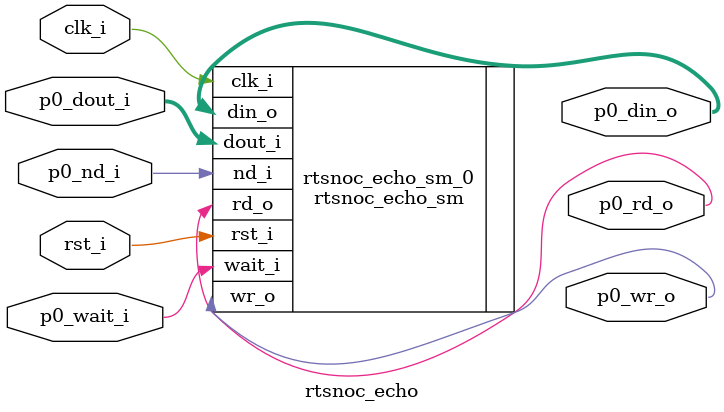
<source format=v>

module rtsnoc_echo (
    clk_i, rst_i,
    
    p0_din_o, p0_wr_o, p0_rd_o, p0_dout_i, p0_wait_i, p0_nd_i
    //p1_din_o, p1_wr_o, p1_rd_o, p1_dout_i, p1_wait_i, p1_nd_i
    );
   
    parameter SOC_SIZE_X = 1; //Log2
    parameter SOC_SIZE_Y = 1; //Log2
    parameter NOC_DATA_WIDTH = 16; 
    
    localparam SOC_XY_SIZE = (2*SOC_SIZE_Y)+(2*SOC_SIZE_X);
    localparam NOC_HEADER_SIZE = SOC_XY_SIZE + 6;
    localparam NOC_BUS_SIZE = NOC_DATA_WIDTH + NOC_HEADER_SIZE;
    
             
    //Ports
    input clk_i;
    input rst_i;
    
    output [NOC_BUS_SIZE-1:0] p0_din_o;
    output p0_wr_o;
    output p0_rd_o;
    input [NOC_BUS_SIZE-1:0] p0_dout_i;
    input p0_wait_i;
    input p0_nd_i;
    
    //output [NOC_BUS_SIZE-1:0] p1_din_o;
    //output p1_wr_o;
    //output p1_rd_o;
    //input [NOC_BUS_SIZE-1:0] p1_dout_i;
    //input p1_wait_i;
    //input p1_nd_i;
    
    rtsnoc_echo_sm #(
    	.SOC_SIZE_X(SOC_SIZE_X),
    	.SOC_SIZE_Y(SOC_SIZE_Y),
    	.NOC_DATA_WIDTH(NOC_DATA_WIDTH)
    )
    rtsnoc_echo_sm_0(
    	.clk_i(clk_i),
    	.rst_i(rst_i),
    	.dout_i(p0_dout_i),
    	.nd_i(p0_nd_i),
    	.rd_o(p0_rd_o),
    	.din_o(p0_din_o),
    	.wr_o(p0_wr_o),
    	.wait_i(p0_wait_i)
    );
    
    /*rtsnoc_echo_sm #(
        .SOC_SIZE_X(SOC_SIZE_X),
        .SOC_SIZE_Y(SOC_SIZE_Y),
        .NOC_DATA_WIDTH(NOC_DATA_WIDTH)
    )
    rtsnoc_echo_sm_1(
        .clk_i(clk_i),
        .rst_i(rst_i),
        .dout_i(p1_dout_i),
        .nd_i(p1_nd_i),
        .rd_o(p1_rd_o),
        .din_o(p0_din_o),
        .wr_o(p0_wr_o),
        .wait_i(p0_wait_i)
    );*/
   
endmodule // timer


</source>
